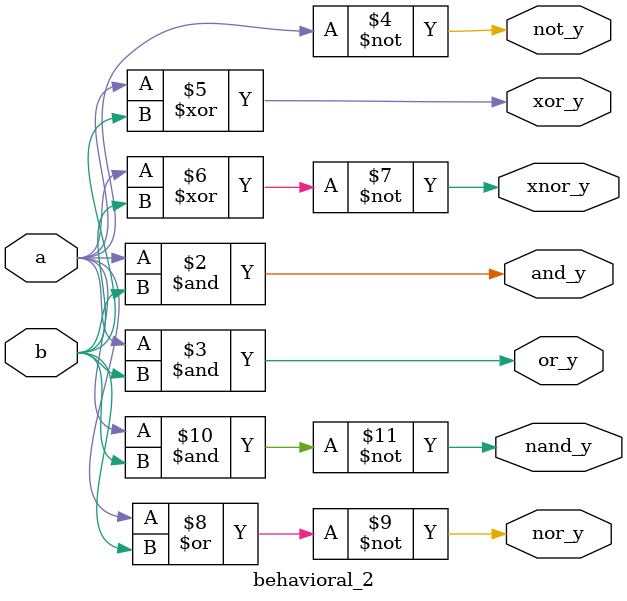
<source format=v>
`timescale 1ns / 1ps
module behavioral_2(input a,b,
output reg and_y,
output reg or_y,
output reg not_y,
output reg xor_y,
output reg xnor_y,
output reg nor_y,
output reg nand_y);

always@(*)begin
and_y=a&b;
or_y=a&b;
not_y=~a;
xor_y=a^b;
xnor_y=~(a^b);
nor_y=~(a|b);
nand_y=~(a&b);
end





endmodule

</source>
